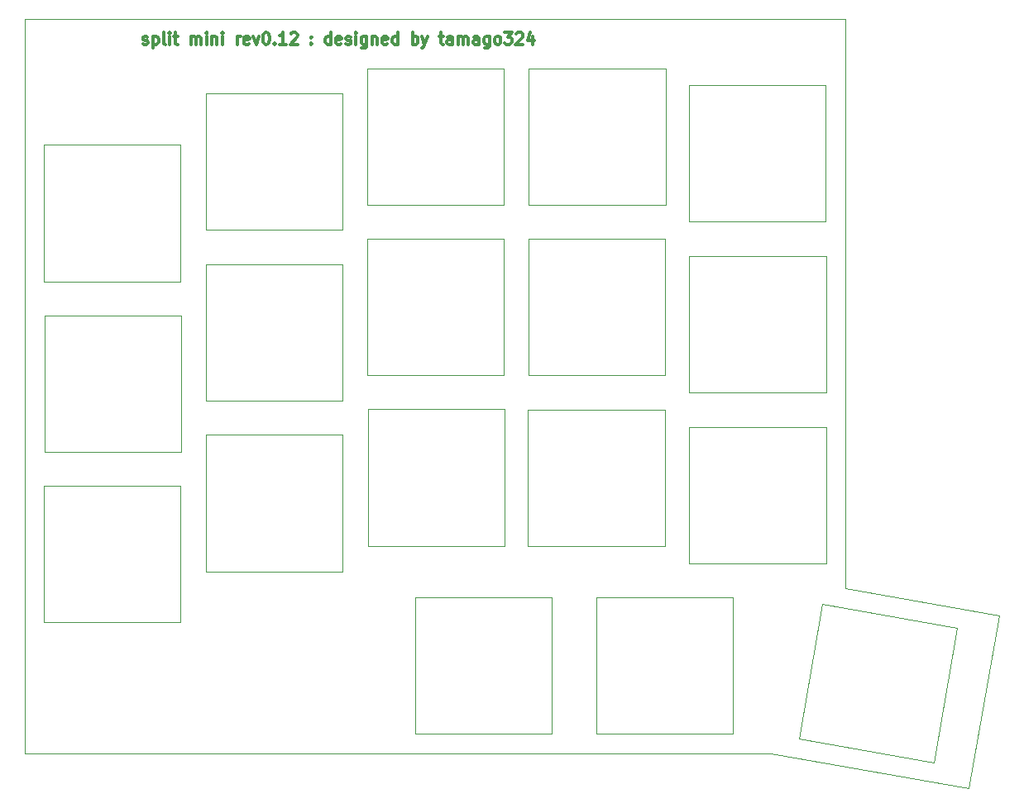
<source format=gto>
%TF.GenerationSoftware,KiCad,Pcbnew,(6.0.9)*%
%TF.CreationDate,2023-01-03T16:43:59+09:00*%
%TF.ProjectId,split-mini__top,73706c69-742d-46d6-996e-695f5f746f70,rev?*%
%TF.SameCoordinates,Original*%
%TF.FileFunction,Legend,Top*%
%TF.FilePolarity,Positive*%
%FSLAX46Y46*%
G04 Gerber Fmt 4.6, Leading zero omitted, Abs format (unit mm)*
G04 Created by KiCad (PCBNEW (6.0.9)) date 2023-01-03 16:43:59*
%MOMM*%
%LPD*%
G01*
G04 APERTURE LIST*
%TA.AperFunction,Profile*%
%ADD10C,0.100000*%
%TD*%
%ADD11C,0.300000*%
%TA.AperFunction,Profile*%
%ADD12C,0.120000*%
%TD*%
%ADD13C,0.350000*%
%ADD14C,2.200000*%
G04 APERTURE END LIST*
D10*
X119667171Y-97563496D02*
X103950000Y-94792135D01*
X19950000Y-36475000D02*
X103950000Y-36475000D01*
X116541504Y-115290036D02*
X119667171Y-97563496D01*
X96323180Y-111725000D02*
X116541504Y-115290036D01*
X19950000Y-36475000D02*
X19950000Y-111725000D01*
X19950000Y-111725000D02*
X96323180Y-111725000D01*
X103950000Y-94792135D02*
X103950000Y-36475000D01*
D11*
X32021428Y-38985714D02*
X32135714Y-39042857D01*
X32364285Y-39042857D01*
X32478571Y-38985714D01*
X32535714Y-38871428D01*
X32535714Y-38814285D01*
X32478571Y-38700000D01*
X32364285Y-38642857D01*
X32192857Y-38642857D01*
X32078571Y-38585714D01*
X32021428Y-38471428D01*
X32021428Y-38414285D01*
X32078571Y-38300000D01*
X32192857Y-38242857D01*
X32364285Y-38242857D01*
X32478571Y-38300000D01*
X33050000Y-38242857D02*
X33050000Y-39442857D01*
X33050000Y-38300000D02*
X33164285Y-38242857D01*
X33392857Y-38242857D01*
X33507142Y-38300000D01*
X33564285Y-38357142D01*
X33621428Y-38471428D01*
X33621428Y-38814285D01*
X33564285Y-38928571D01*
X33507142Y-38985714D01*
X33392857Y-39042857D01*
X33164285Y-39042857D01*
X33050000Y-38985714D01*
X34307142Y-39042857D02*
X34192857Y-38985714D01*
X34135714Y-38871428D01*
X34135714Y-37842857D01*
X34764285Y-39042857D02*
X34764285Y-38242857D01*
X34764285Y-37842857D02*
X34707142Y-37900000D01*
X34764285Y-37957142D01*
X34821428Y-37900000D01*
X34764285Y-37842857D01*
X34764285Y-37957142D01*
X35164285Y-38242857D02*
X35621428Y-38242857D01*
X35335714Y-37842857D02*
X35335714Y-38871428D01*
X35392857Y-38985714D01*
X35507142Y-39042857D01*
X35621428Y-39042857D01*
X36935714Y-39042857D02*
X36935714Y-38242857D01*
X36935714Y-38357142D02*
X36992857Y-38300000D01*
X37107142Y-38242857D01*
X37278571Y-38242857D01*
X37392857Y-38300000D01*
X37450000Y-38414285D01*
X37450000Y-39042857D01*
X37450000Y-38414285D02*
X37507142Y-38300000D01*
X37621428Y-38242857D01*
X37792857Y-38242857D01*
X37907142Y-38300000D01*
X37964285Y-38414285D01*
X37964285Y-39042857D01*
X38535714Y-39042857D02*
X38535714Y-38242857D01*
X38535714Y-37842857D02*
X38478571Y-37900000D01*
X38535714Y-37957142D01*
X38592857Y-37900000D01*
X38535714Y-37842857D01*
X38535714Y-37957142D01*
X39107142Y-38242857D02*
X39107142Y-39042857D01*
X39107142Y-38357142D02*
X39164285Y-38300000D01*
X39278571Y-38242857D01*
X39450000Y-38242857D01*
X39564285Y-38300000D01*
X39621428Y-38414285D01*
X39621428Y-39042857D01*
X40192857Y-39042857D02*
X40192857Y-38242857D01*
X40192857Y-37842857D02*
X40135714Y-37900000D01*
X40192857Y-37957142D01*
X40250000Y-37900000D01*
X40192857Y-37842857D01*
X40192857Y-37957142D01*
X41678571Y-39042857D02*
X41678571Y-38242857D01*
X41678571Y-38471428D02*
X41735714Y-38357142D01*
X41792857Y-38300000D01*
X41907142Y-38242857D01*
X42021428Y-38242857D01*
X42878571Y-38985714D02*
X42764285Y-39042857D01*
X42535714Y-39042857D01*
X42421428Y-38985714D01*
X42364285Y-38871428D01*
X42364285Y-38414285D01*
X42421428Y-38300000D01*
X42535714Y-38242857D01*
X42764285Y-38242857D01*
X42878571Y-38300000D01*
X42935714Y-38414285D01*
X42935714Y-38528571D01*
X42364285Y-38642857D01*
X43335714Y-38242857D02*
X43621428Y-39042857D01*
X43907142Y-38242857D01*
X44592857Y-37842857D02*
X44707142Y-37842857D01*
X44821428Y-37900000D01*
X44878571Y-37957142D01*
X44935714Y-38071428D01*
X44992857Y-38300000D01*
X44992857Y-38585714D01*
X44935714Y-38814285D01*
X44878571Y-38928571D01*
X44821428Y-38985714D01*
X44707142Y-39042857D01*
X44592857Y-39042857D01*
X44478571Y-38985714D01*
X44421428Y-38928571D01*
X44364285Y-38814285D01*
X44307142Y-38585714D01*
X44307142Y-38300000D01*
X44364285Y-38071428D01*
X44421428Y-37957142D01*
X44478571Y-37900000D01*
X44592857Y-37842857D01*
X45507142Y-38928571D02*
X45564285Y-38985714D01*
X45507142Y-39042857D01*
X45450000Y-38985714D01*
X45507142Y-38928571D01*
X45507142Y-39042857D01*
X46707142Y-39042857D02*
X46021428Y-39042857D01*
X46364285Y-39042857D02*
X46364285Y-37842857D01*
X46250000Y-38014285D01*
X46135714Y-38128571D01*
X46021428Y-38185714D01*
X47164285Y-37957142D02*
X47221428Y-37900000D01*
X47335714Y-37842857D01*
X47621428Y-37842857D01*
X47735714Y-37900000D01*
X47792857Y-37957142D01*
X47850000Y-38071428D01*
X47850000Y-38185714D01*
X47792857Y-38357142D01*
X47107142Y-39042857D01*
X47850000Y-39042857D01*
X49278571Y-38928571D02*
X49335714Y-38985714D01*
X49278571Y-39042857D01*
X49221428Y-38985714D01*
X49278571Y-38928571D01*
X49278571Y-39042857D01*
X49278571Y-38300000D02*
X49335714Y-38357142D01*
X49278571Y-38414285D01*
X49221428Y-38357142D01*
X49278571Y-38300000D01*
X49278571Y-38414285D01*
X51278571Y-39042857D02*
X51278571Y-37842857D01*
X51278571Y-38985714D02*
X51164285Y-39042857D01*
X50935714Y-39042857D01*
X50821428Y-38985714D01*
X50764285Y-38928571D01*
X50707142Y-38814285D01*
X50707142Y-38471428D01*
X50764285Y-38357142D01*
X50821428Y-38300000D01*
X50935714Y-38242857D01*
X51164285Y-38242857D01*
X51278571Y-38300000D01*
X52307142Y-38985714D02*
X52192857Y-39042857D01*
X51964285Y-39042857D01*
X51850000Y-38985714D01*
X51792857Y-38871428D01*
X51792857Y-38414285D01*
X51850000Y-38300000D01*
X51964285Y-38242857D01*
X52192857Y-38242857D01*
X52307142Y-38300000D01*
X52364285Y-38414285D01*
X52364285Y-38528571D01*
X51792857Y-38642857D01*
X52821428Y-38985714D02*
X52935714Y-39042857D01*
X53164285Y-39042857D01*
X53278571Y-38985714D01*
X53335714Y-38871428D01*
X53335714Y-38814285D01*
X53278571Y-38700000D01*
X53164285Y-38642857D01*
X52992857Y-38642857D01*
X52878571Y-38585714D01*
X52821428Y-38471428D01*
X52821428Y-38414285D01*
X52878571Y-38300000D01*
X52992857Y-38242857D01*
X53164285Y-38242857D01*
X53278571Y-38300000D01*
X53850000Y-39042857D02*
X53850000Y-38242857D01*
X53850000Y-37842857D02*
X53792857Y-37900000D01*
X53850000Y-37957142D01*
X53907142Y-37900000D01*
X53850000Y-37842857D01*
X53850000Y-37957142D01*
X54935714Y-38242857D02*
X54935714Y-39214285D01*
X54878571Y-39328571D01*
X54821428Y-39385714D01*
X54707142Y-39442857D01*
X54535714Y-39442857D01*
X54421428Y-39385714D01*
X54935714Y-38985714D02*
X54821428Y-39042857D01*
X54592857Y-39042857D01*
X54478571Y-38985714D01*
X54421428Y-38928571D01*
X54364285Y-38814285D01*
X54364285Y-38471428D01*
X54421428Y-38357142D01*
X54478571Y-38300000D01*
X54592857Y-38242857D01*
X54821428Y-38242857D01*
X54935714Y-38300000D01*
X55507142Y-38242857D02*
X55507142Y-39042857D01*
X55507142Y-38357142D02*
X55564285Y-38300000D01*
X55678571Y-38242857D01*
X55850000Y-38242857D01*
X55964285Y-38300000D01*
X56021428Y-38414285D01*
X56021428Y-39042857D01*
X57050000Y-38985714D02*
X56935714Y-39042857D01*
X56707142Y-39042857D01*
X56592857Y-38985714D01*
X56535714Y-38871428D01*
X56535714Y-38414285D01*
X56592857Y-38300000D01*
X56707142Y-38242857D01*
X56935714Y-38242857D01*
X57050000Y-38300000D01*
X57107142Y-38414285D01*
X57107142Y-38528571D01*
X56535714Y-38642857D01*
X58135714Y-39042857D02*
X58135714Y-37842857D01*
X58135714Y-38985714D02*
X58021428Y-39042857D01*
X57792857Y-39042857D01*
X57678571Y-38985714D01*
X57621428Y-38928571D01*
X57564285Y-38814285D01*
X57564285Y-38471428D01*
X57621428Y-38357142D01*
X57678571Y-38300000D01*
X57792857Y-38242857D01*
X58021428Y-38242857D01*
X58135714Y-38300000D01*
X59621428Y-39042857D02*
X59621428Y-37842857D01*
X59621428Y-38300000D02*
X59735714Y-38242857D01*
X59964285Y-38242857D01*
X60078571Y-38300000D01*
X60135714Y-38357142D01*
X60192857Y-38471428D01*
X60192857Y-38814285D01*
X60135714Y-38928571D01*
X60078571Y-38985714D01*
X59964285Y-39042857D01*
X59735714Y-39042857D01*
X59621428Y-38985714D01*
X60592857Y-38242857D02*
X60878571Y-39042857D01*
X61164285Y-38242857D02*
X60878571Y-39042857D01*
X60764285Y-39328571D01*
X60707142Y-39385714D01*
X60592857Y-39442857D01*
X62364285Y-38242857D02*
X62821428Y-38242857D01*
X62535714Y-37842857D02*
X62535714Y-38871428D01*
X62592857Y-38985714D01*
X62707142Y-39042857D01*
X62821428Y-39042857D01*
X63735714Y-39042857D02*
X63735714Y-38414285D01*
X63678571Y-38300000D01*
X63564285Y-38242857D01*
X63335714Y-38242857D01*
X63221428Y-38300000D01*
X63735714Y-38985714D02*
X63621428Y-39042857D01*
X63335714Y-39042857D01*
X63221428Y-38985714D01*
X63164285Y-38871428D01*
X63164285Y-38757142D01*
X63221428Y-38642857D01*
X63335714Y-38585714D01*
X63621428Y-38585714D01*
X63735714Y-38528571D01*
X64307142Y-39042857D02*
X64307142Y-38242857D01*
X64307142Y-38357142D02*
X64364285Y-38300000D01*
X64478571Y-38242857D01*
X64650000Y-38242857D01*
X64764285Y-38300000D01*
X64821428Y-38414285D01*
X64821428Y-39042857D01*
X64821428Y-38414285D02*
X64878571Y-38300000D01*
X64992857Y-38242857D01*
X65164285Y-38242857D01*
X65278571Y-38300000D01*
X65335714Y-38414285D01*
X65335714Y-39042857D01*
X66421428Y-39042857D02*
X66421428Y-38414285D01*
X66364285Y-38300000D01*
X66250000Y-38242857D01*
X66021428Y-38242857D01*
X65907142Y-38300000D01*
X66421428Y-38985714D02*
X66307142Y-39042857D01*
X66021428Y-39042857D01*
X65907142Y-38985714D01*
X65850000Y-38871428D01*
X65850000Y-38757142D01*
X65907142Y-38642857D01*
X66021428Y-38585714D01*
X66307142Y-38585714D01*
X66421428Y-38528571D01*
X67507142Y-38242857D02*
X67507142Y-39214285D01*
X67450000Y-39328571D01*
X67392857Y-39385714D01*
X67278571Y-39442857D01*
X67107142Y-39442857D01*
X66992857Y-39385714D01*
X67507142Y-38985714D02*
X67392857Y-39042857D01*
X67164285Y-39042857D01*
X67050000Y-38985714D01*
X66992857Y-38928571D01*
X66935714Y-38814285D01*
X66935714Y-38471428D01*
X66992857Y-38357142D01*
X67050000Y-38300000D01*
X67164285Y-38242857D01*
X67392857Y-38242857D01*
X67507142Y-38300000D01*
X68250000Y-39042857D02*
X68135714Y-38985714D01*
X68078571Y-38928571D01*
X68021428Y-38814285D01*
X68021428Y-38471428D01*
X68078571Y-38357142D01*
X68135714Y-38300000D01*
X68250000Y-38242857D01*
X68421428Y-38242857D01*
X68535714Y-38300000D01*
X68592857Y-38357142D01*
X68650000Y-38471428D01*
X68650000Y-38814285D01*
X68592857Y-38928571D01*
X68535714Y-38985714D01*
X68421428Y-39042857D01*
X68250000Y-39042857D01*
X69050000Y-37842857D02*
X69792857Y-37842857D01*
X69392857Y-38300000D01*
X69564285Y-38300000D01*
X69678571Y-38357142D01*
X69735714Y-38414285D01*
X69792857Y-38528571D01*
X69792857Y-38814285D01*
X69735714Y-38928571D01*
X69678571Y-38985714D01*
X69564285Y-39042857D01*
X69221428Y-39042857D01*
X69107142Y-38985714D01*
X69050000Y-38928571D01*
X70250000Y-37957142D02*
X70307142Y-37900000D01*
X70421428Y-37842857D01*
X70707142Y-37842857D01*
X70821428Y-37900000D01*
X70878571Y-37957142D01*
X70935714Y-38071428D01*
X70935714Y-38185714D01*
X70878571Y-38357142D01*
X70192857Y-39042857D01*
X70935714Y-39042857D01*
X71964285Y-38242857D02*
X71964285Y-39042857D01*
X71678571Y-37785714D02*
X71392857Y-38642857D01*
X72135714Y-38642857D01*
D12*
%TO.C,SW6*%
X35950000Y-80850000D02*
X35950000Y-66850000D01*
X21950000Y-66850000D02*
X21950000Y-80850000D01*
X21950000Y-80850000D02*
X35950000Y-80850000D01*
X35950000Y-66850000D02*
X21950000Y-66850000D01*
%TO.C,SW11*%
X35900000Y-98275000D02*
X35900000Y-84275000D01*
X21900000Y-84275000D02*
X21900000Y-98275000D01*
X21900000Y-98275000D02*
X35900000Y-98275000D01*
X35900000Y-84275000D02*
X21900000Y-84275000D01*
%TO.C,SW9*%
X85500000Y-72950000D02*
X85500000Y-58950000D01*
X71500000Y-58950000D02*
X71500000Y-72950000D01*
X71500000Y-72950000D02*
X85500000Y-72950000D01*
X85500000Y-58950000D02*
X71500000Y-58950000D01*
%TO.C,SW3*%
X68965000Y-55530000D02*
X68965000Y-41530000D01*
X54965000Y-41530000D02*
X54965000Y-55530000D01*
X54965000Y-55530000D02*
X68965000Y-55530000D01*
X68965000Y-41530000D02*
X54965000Y-41530000D01*
%TO.C,SW5*%
X101900000Y-57225000D02*
X101900000Y-43225000D01*
X87900000Y-43225000D02*
X87900000Y-57225000D01*
X87900000Y-57225000D02*
X101900000Y-57225000D01*
X101900000Y-43225000D02*
X87900000Y-43225000D01*
%TO.C,SW15*%
X101950000Y-92250000D02*
X101950000Y-78250000D01*
X87950000Y-78250000D02*
X87950000Y-92250000D01*
X87950000Y-92250000D02*
X101950000Y-92250000D01*
X101950000Y-78250000D02*
X87950000Y-78250000D01*
%TO.C,SW7*%
X52475000Y-75600000D02*
X52475000Y-61600000D01*
X38475000Y-61600000D02*
X38475000Y-75600000D01*
X38475000Y-75600000D02*
X52475000Y-75600000D01*
X52475000Y-61600000D02*
X38475000Y-61600000D01*
%TO.C,SW16*%
X73900000Y-109700000D02*
X73900000Y-95700000D01*
X59900000Y-95700000D02*
X59900000Y-109700000D01*
X59900000Y-109700000D02*
X73900000Y-109700000D01*
X73900000Y-95700000D02*
X59900000Y-95700000D01*
%TO.C,SW18*%
X112953117Y-112634192D02*
X115384192Y-98846883D01*
X101596883Y-96415808D02*
X99165808Y-110203117D01*
X99165808Y-110203117D02*
X112953117Y-112634192D01*
X115384192Y-98846883D02*
X101596883Y-96415808D01*
%TO.C,SW8*%
X68975000Y-72975000D02*
X68975000Y-58975000D01*
X54975000Y-58975000D02*
X54975000Y-72975000D01*
X54975000Y-72975000D02*
X68975000Y-72975000D01*
X68975000Y-58975000D02*
X54975000Y-58975000D01*
%TO.C,SW17*%
X92425000Y-109725000D02*
X92425000Y-95725000D01*
X78425000Y-95725000D02*
X78425000Y-109725000D01*
X78425000Y-109725000D02*
X92425000Y-109725000D01*
X92425000Y-95725000D02*
X78425000Y-95725000D01*
%TO.C,SW10*%
X101950000Y-74725000D02*
X101950000Y-60725000D01*
X87950000Y-60725000D02*
X87950000Y-74725000D01*
X87950000Y-74725000D02*
X101950000Y-74725000D01*
X101950000Y-60725000D02*
X87950000Y-60725000D01*
%TO.C,SW2*%
X52495000Y-58075000D02*
X52495000Y-44075000D01*
X38495000Y-44075000D02*
X38495000Y-58075000D01*
X38495000Y-58075000D02*
X52495000Y-58075000D01*
X52495000Y-44075000D02*
X38495000Y-44075000D01*
%TO.C,SW13*%
X69050000Y-90450000D02*
X69050000Y-76450000D01*
X55050000Y-76450000D02*
X55050000Y-90450000D01*
X55050000Y-90450000D02*
X69050000Y-90450000D01*
X69050000Y-76450000D02*
X55050000Y-76450000D01*
%TO.C,SW12*%
X52475000Y-93075000D02*
X52475000Y-79075000D01*
X38475000Y-79075000D02*
X38475000Y-93075000D01*
X38475000Y-93075000D02*
X52475000Y-93075000D01*
X52475000Y-79075000D02*
X38475000Y-79075000D01*
%TO.C,SW14*%
X85450000Y-90475000D02*
X85450000Y-76475000D01*
X71450000Y-76475000D02*
X71450000Y-90475000D01*
X71450000Y-90475000D02*
X85450000Y-90475000D01*
X85450000Y-76475000D02*
X71450000Y-76475000D01*
%TO.C,SW1*%
X35900000Y-63350000D02*
X35900000Y-49350000D01*
X21900000Y-49350000D02*
X21900000Y-63350000D01*
X21900000Y-63350000D02*
X35900000Y-63350000D01*
X35900000Y-49350000D02*
X21900000Y-49350000D01*
%TO.C,SW4*%
X85525000Y-55520000D02*
X85525000Y-41520000D01*
X71525000Y-41520000D02*
X71525000Y-55520000D01*
X71525000Y-55520000D02*
X85525000Y-55520000D01*
X85525000Y-41520000D02*
X71525000Y-41520000D01*
%TD*%
D13*
X94950000Y-39775000D03*
X28925000Y-106375000D03*
X96450000Y-102475000D03*
X28950000Y-41375000D03*
%LPC*%
D14*
%TO.C,HOLE3*%
X94950000Y-39775000D03*
%TD*%
%TO.C,HOLE4*%
X28925000Y-106375000D03*
%TD*%
%TO.C,HOLE2*%
X96450000Y-102475000D03*
%TD*%
%TO.C,HOLE1*%
X28950000Y-41375000D03*
%TD*%
M02*

</source>
